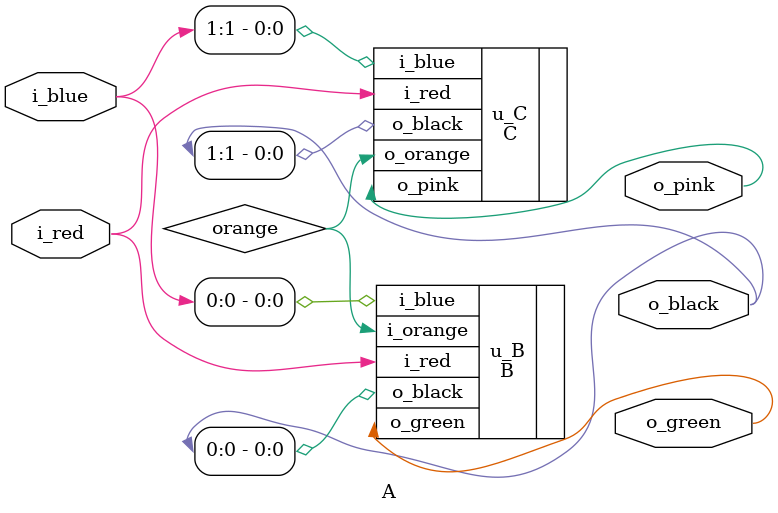
<source format=sv>
module A (
  input  var logic        i_red,
  input  var logic [1:0]  i_blue,
  output var logic        o_green,
  output var logic        o_pink,
  output var logic [1:0]  o_black
);

logic orange;

B u_B (
  .i_red,
  .i_blue   (i_blue[0]),
  .o_green,
  .o_black  (o_black[0]),
  .i_orange (orange)
);

C u_C (
  .i_red,
  .i_blue   (i_blue[1]),
  .o_pink,
  .o_black  (o_black[1]),
  .o_orange (orange)
);

endmodule

</source>
